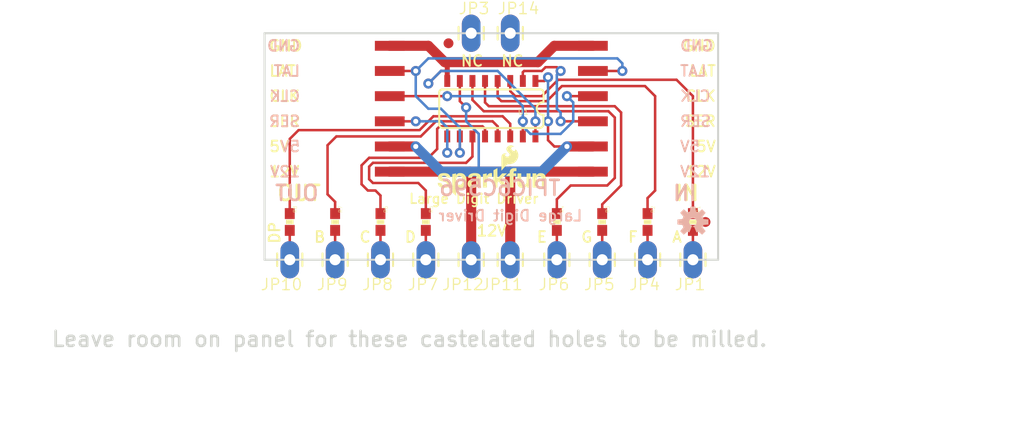
<source format=kicad_pcb>
(kicad_pcb (version 20211014) (generator pcbnew)
  (layers (0 "F.Cu" signal) (31 "B.Cu" signal) (34 "B.Paste" user) (35 "F.Paste" user) (36 "B.SilkS" user "B.Silkscreen") (37 "F.SilkS" user "F.Silkscreen") (38 "B.Mask" user) (39 "F.Mask" user) (44 "Edge.Cuts" user))
  (net 0 "")
  (net 1 "GND")
  (net 2 "SER_IN")
  (net 3 "CLOCK")
  (net 4 "SER_OUT")
  (net 5 "LATCH")
  (net 6 "5V")
  (net 7 "12V")
  (net 8 "D0")
  (net 9 "D1")
  (net 10 "D2")
  (net 11 "D3")
  (net 12 "D4")
  (net 13 "D5")
  (net 14 "D6")
  (net 15 "D7")
  (net 16 "S0")
  (net 17 "S1")
  (net 18 "S2")
  (net 19 "S3")
  (net 20 "S4")
  (net 21 "S5")
  (net 22 "S6")
  (net 23 "S7")
  (footprint "boardEagle:0603-RES" (layer "F.Cu") (at 168.8211 112.6236 -90)
    (fp_text reference "R1" (at -0.889 -0.762 -90) (layer "F.SilkS") (effects (font (size 0.373888 0.373888) (thickness 0.032512)) (justify left bottom)))
    (fp_text value "15")
    (pad "1" smd rect (at -0.85 0 270) (size 1.1 1) (layers "F.Cu" "F.Paste" "F.Mask") (net 8 "D0"))
    (pad "2" smd rect (at 0.85 0 270) (size 1.1 1) (layers "F.Cu" "F.Paste" "F.Mask") (net 16 "S0"))
  )
  (footprint "boardEagle:1X01_LONGPAD" (layer "F.Cu") (at 132.7531 116.4336 180)
    (fp_text reference "JP9" (at -1.3462 -1.8288 180) (layer "F.SilkS") (effects (font (size 1.143 1.143) (thickness 0.127)) (justify right top)))
    (fp_text value "")
    (pad "1" thru_hole oval (at 0 0 270) (size 3.7592 1.8796) (drill 1.1176) (layers *.Cu *.Mask) (net 22 "S6"))
  )
  (footprint "boardEagle:0603-RES" (layer "F.Cu") (at 164.2491 112.6236 -90)
    (fp_text reference "R2" (at -0.889 -0.762 -90) (layer "F.SilkS") (effects (font (size 0.373888 0.373888) (thickness 0.032512)) (justify left bottom)))
    (fp_text value "15")
    (pad "1" smd rect (at -0.85 0 270) (size 1.1 1) (layers "F.Cu" "F.Paste" "F.Mask") (net 9 "D1"))
    (pad "2" smd rect (at 0.85 0 270) (size 1.1 1) (layers "F.Cu" "F.Paste" "F.Mask") (net 17 "S1"))
  )
  (footprint "boardEagle:0603-RES" (layer "F.Cu") (at 155.1051 112.6236 -90)
    (fp_text reference "R4" (at -0.889 -0.762 -90) (layer "F.SilkS") (effects (font (size 0.373888 0.373888) (thickness 0.032512)) (justify left bottom)))
    (fp_text value "15")
    (pad "1" smd rect (at -0.85 0 270) (size 1.1 1) (layers "F.Cu" "F.Paste" "F.Mask") (net 11 "D3"))
    (pad "2" smd rect (at 0.85 0 270) (size 1.1 1) (layers "F.Cu" "F.Paste" "F.Mask") (net 19 "S3"))
  )
  (footprint "boardEagle:1X01_LONGPAD" (layer "F.Cu") (at 159.6771 116.4336 180)
    (fp_text reference "JP5" (at -1.3462 -1.8288 180) (layer "F.SilkS") (effects (font (size 1.143 1.143) (thickness 0.127)) (justify right top)))
    (fp_text value "")
    (pad "1" thru_hole oval (at 0 0 270) (size 3.7592 1.8796) (drill 1.1176) (layers *.Cu *.Mask) (net 18 "S2"))
  )
  (footprint "boardEagle:0603-RES" (layer "F.Cu") (at 141.8971 112.6236 -90)
    (fp_text reference "R5" (at -0.889 -0.762 -90) (layer "F.SilkS") (effects (font (size 0.373888 0.373888) (thickness 0.032512)) (justify left bottom)))
    (fp_text value "15")
    (pad "1" smd rect (at -0.85 0 270) (size 1.1 1) (layers "F.Cu" "F.Paste" "F.Mask") (net 12 "D4"))
    (pad "2" smd rect (at 0.85 0 270) (size 1.1 1) (layers "F.Cu" "F.Paste" "F.Mask") (net 20 "S4"))
  )
  (footprint "boardEagle:1X01_LONGPAD" (layer "F.Cu") (at 164.2491 116.4336 180)
    (fp_text reference "JP4" (at -1.3462 -1.8288 180) (layer "F.SilkS") (effects (font (size 1.143 1.143) (thickness 0.127)) (justify right top)))
    (fp_text value "")
    (pad "1" thru_hole oval (at 0 0 270) (size 3.7592 1.8796) (drill 1.1176) (layers *.Cu *.Mask) (net 17 "S1"))
  )
  (footprint "boardEagle:0603-RES" (layer "F.Cu") (at 128.1811 112.6236 -90)
    (fp_text reference "R8" (at -0.889 -0.762 -90) (layer "F.SilkS") (effects (font (size 0.373888 0.373888) (thickness 0.032512)) (justify left bottom)))
    (fp_text value "15")
    (pad "1" smd rect (at -0.85 0 270) (size 1.1 1) (layers "F.Cu" "F.Paste" "F.Mask") (net 15 "D7"))
    (pad "2" smd rect (at 0.85 0 270) (size 1.1 1) (layers "F.Cu" "F.Paste" "F.Mask") (net 23 "S7"))
  )
  (footprint "boardEagle:1X01_LONGPAD" (layer "F.Cu") (at 128.1811 116.4336 180)
    (fp_text reference "JP10" (at -1.3462 -1.8288 180) (layer "F.SilkS") (effects (font (size 1.143 1.143) (thickness 0.127)) (justify right top)))
    (fp_text value "")
    (pad "1" thru_hole oval (at 0 0 270) (size 3.7592 1.8796) (drill 1.1176) (layers *.Cu *.Mask) (net 23 "S7"))
  )
  (footprint "boardEagle:SFE_LOGO_NAME_FLAME_.1" (layer "F.Cu") (at 142.6591 110.0836)
    (fp_text reference "LOGO1" hide)
    (fp_text value "SFE_LOGO_NAME_FLAME.1_INCH" hide)
  )
  (footprint "boardEagle:0603-RES" (layer "F.Cu") (at 159.6771 112.6236 -90)
    (fp_text reference "R3" (at -0.889 -0.762 -90) (layer "F.SilkS") (effects (font (size 0.373888 0.373888) (thickness 0.032512)) (justify left bottom)))
    (fp_text value "15")
    (pad "1" smd rect (at -0.85 0 270) (size 1.1 1) (layers "F.Cu" "F.Paste" "F.Mask") (net 10 "D2"))
    (pad "2" smd rect (at 0.85 0 270) (size 1.1 1) (layers "F.Cu" "F.Paste" "F.Mask") (net 18 "S2"))
  )
  (footprint "boardEagle:FIDUCIAL-1X2" (layer "F.Cu") (at 144.1831 94.5896)
    (fp_text reference "FID1" hide)
    (fp_text value "FIDUCIAL1X2" hide)
    (pad "1" smd roundrect (at 0 0) (size 1 1) (layers "F.Cu" "F.Mask") (roundrect_rratio 0.5))
  )
  (footprint "boardEagle:1X06-SMD" (layer "F.Cu") (at 133.2611 101.1936 -90)
    (fp_text reference "JP2" hide)
    (fp_text value "" hide)
    (pad "" np_thru_hole circle (at -5.08 0 270) (size 1.4 1.4) (drill 1.4) (layers *.Cu *.Mask))
    (pad "" np_thru_hole circle (at 5.08 0 270) (size 1.4 1.4) (drill 1.4) (layers *.Cu *.Mask))
    (pad "1" smd rect (at -6.35 -5) (size 3 1) (layers "F.Cu" "F.Paste" "F.Mask") (net 1 "GND"))
    (pad "2" smd rect (at -3.81 -5) (size 3 1) (layers "F.Cu" "F.Paste" "F.Mask") (net 5 "LATCH"))
    (pad "3" smd rect (at -1.27 -5) (size 3 1) (layers "F.Cu" "F.Paste" "F.Mask") (net 3 "CLOCK"))
    (pad "4" smd rect (at 1.27 -5) (size 3 1) (layers "F.Cu" "F.Paste" "F.Mask") (net 4 "SER_OUT"))
    (pad "5" smd rect (at 3.81 -5) (size 3 1) (layers "F.Cu" "F.Paste" "F.Mask") (net 6 "5V"))
    (pad "6" smd rect (at 6.35 -5) (size 3 1) (layers "F.Cu" "F.Paste" "F.Mask") (net 7 "12V"))
  )
  (footprint "boardEagle:1X01_LONGPAD" (layer "F.Cu") (at 150.4061 93.5736)
    (fp_text reference "JP14" (at -1.3462 -1.8288) (layer "F.SilkS") (effects (font (size 1.143 1.143) (thickness 0.127)) (justify left bottom)))
    (fp_text value "Anchor")
    (pad "1" thru_hole oval (at 0 0 90) (size 3.7592 1.8796) (drill 1.1176) (layers *.Cu *.Mask))
  )
  (footprint "boardEagle:FIDUCIAL-1X2" (layer "F.Cu") (at 170.0911 112.6236)
    (fp_text reference "FID2" hide)
    (fp_text value "FIDUCIAL1X2" hide)
    (pad "1" smd roundrect (at 0 0) (size 1 1) (layers "F.Cu" "F.Mask") (roundrect_rratio 0.5))
  )
  (footprint "boardEagle:1X01_LONGPAD" (layer "F.Cu") (at 168.8211 116.4336 180)
    (fp_text reference "JP1" (at -1.3462 -1.8288 180) (layer "F.SilkS") (effects (font (size 1.143 1.143) (thickness 0.127)) (justify right top)))
    (fp_text value "")
    (pad "1" thru_hole oval (at 0 0 270) (size 3.7592 1.8796) (drill 1.1176) (layers *.Cu *.Mask) (net 16 "S0"))
  )
  (footprint "boardEagle:1X01_LONGPAD" (layer "F.Cu") (at 137.3251 116.4336 180)
    (fp_text reference "JP8" (at -1.3462 -1.8288 180) (layer "F.SilkS") (effects (font (size 1.143 1.143) (thickness 0.127)) (justify right top)))
    (fp_text value "")
    (pad "1" thru_hole oval (at 0 0 270) (size 3.7592 1.8796) (drill 1.1176) (layers *.Cu *.Mask) (net 21 "S5"))
  )
  (footprint "boardEagle:1X01_LONGPAD" (layer "F.Cu") (at 155.1051 116.4336 180)
    (fp_text reference "JP6" (at -1.3462 -1.8288 180) (layer "F.SilkS") (effects (font (size 1.143 1.143) (thickness 0.127)) (justify right top)))
    (fp_text value "")
    (pad "1" thru_hole oval (at 0 0 270) (size 3.7592 1.8796) (drill 1.1176) (layers *.Cu *.Mask) (net 19 "S3"))
  )
  (footprint "boardEagle:SO016" (layer "F.Cu") (at 148.5011 101.1936 180)
    (fp_text reference "U1" (at -3.81 0 180) (layer "F.SilkS") (effects (font (size 0.54864 0.54864) (thickness 0.06096)) (justify right top)))
    (fp_text value "TPIC6C596")
    (pad "1" smd rect (at -4.445 2.8 180) (size 0.6 1.2) (layers "F.Cu" "F.Paste" "F.Mask") (net 6 "5V"))
    (pad "2" smd rect (at -3.175 2.8 180) (size 0.6 1.2) (layers "F.Cu" "F.Paste" "F.Mask") (net 2 "SER_IN"))
    (pad "3" smd rect (at -1.905 2.8 180) (size 0.6 1.2) (layers "F.Cu" "F.Paste" "F.Mask") (net 8 "D0"))
    (pad "4" smd rect (at -0.635 2.8 180) (size 0.6 1.2) (layers "F.Cu" "F.Paste" "F.Mask") (net 9 "D1"))
    (pad "5" smd rect (at 0.635 2.8 180) (size 0.6 1.2) (layers "F.Cu" "F.Paste" "F.Mask") (net 10 "D2"))
    (pad "6" smd rect (at 1.905 2.8 180) (size 0.6 1.2) (layers "F.Cu" "F.Paste" "F.Mask") (net 11 "D3"))
    (pad "7" smd rect (at 3.175 2.8 180) (size 0.6 1.2) (layers "F.Cu" "F.Paste" "F.Mask") (net 6 "5V"))
    (pad "8" smd rect (at 4.445 2.8 180) (size 0.6 1.2) (layers "F.Cu" "F.Paste" "F.Mask") (net 1 "GND"))
    (pad "9" smd rect (at 4.445 -2.8 180) (size 0.6 1.2) (layers "F.Cu" "F.Paste" "F.Mask") (net 4 "SER_OUT"))
    (pad "10" smd rect (at 3.175 -2.8 180) (size 0.6 1.2) (layers "F.Cu" "F.Paste" "F.Mask") (net 5 "LATCH"))
    (pad "11" smd rect (at 1.905 -2.8 180) (size 0.6 1.2) (layers "F.Cu" "F.Paste" "F.Mask") (net 12 "D4"))
    (pad "12" smd rect (at 0.635 -2.8 180) (size 0.6 1.2) (layers "F.Cu" "F.Paste" "F.Mask") (net 13 "D5"))
    (pad "13" smd rect (at -0.635 -2.8 180) (size 0.6 1.2) (layers "F.Cu" "F.Paste" "F.Mask") (net 14 "D6"))
    (pad "14" smd rect (at -1.905 -2.8 180) (size 0.6 1.2) (layers "F.Cu" "F.Paste" "F.Mask") (net 15 "D7"))
    (pad "15" smd rect (at -3.175 -2.8 180) (size 0.6 1.2) (layers "F.Cu" "F.Paste" "F.Mask") (net 3 "CLOCK"))
    (pad "16" smd rect (at -4.445 -2.8 180) (size 0.6 1.2) (layers "F.Cu" "F.Paste" "F.Mask") (net 1 "GND"))
  )
  (footprint "boardEagle:1X06-SMD" (layer "F.Cu") (at 163.7411 101.1936 90)
    (fp_text reference "JP13" hide)
    (fp_text value "" hide)
    (pad "" np_thru_hole circle (at 5.08 0 90) (size 1.4 1.4) (drill 1.4) (layers *.Cu *.Mask))
    (pad "" np_thru_hole circle (at -5.08 0 90) (size 1.4 1.4) (drill 1.4) (layers *.Cu *.Mask))
    (pad "1" smd rect (at -6.35 -5 180) (size 3 1) (layers "F.Cu" "F.Paste" "F.Mask") (net 7 "12V"))
    (pad "2" smd rect (at -3.81 -5 180) (size 3 1) (layers "F.Cu" "F.Paste" "F.Mask") (net 6 "5V"))
    (pad "3" smd rect (at -1.27 -5 180) (size 3 1) (layers "F.Cu" "F.Paste" "F.Mask") (net 2 "SER_IN"))
    (pad "4" smd rect (at 1.27 -5 180) (size 3 1) (layers "F.Cu" "F.Paste" "F.Mask") (net 3 "CLOCK"))
    (pad "5" smd rect (at 3.81 -5 180) (size 3 1) (layers "F.Cu" "F.Paste" "F.Mask") (net 5 "LATCH"))
    (pad "6" smd rect (at 6.35 -5 180) (size 3 1) (layers "F.Cu" "F.Paste" "F.Mask") (net 1 "GND"))
  )
  (footprint "boardEagle:CREATIVE_COMMONS" (layer "F.Cu") (at 119.2911 134.2136)
    (fp_text reference "FRAME1" hide)
    (fp_text value "" hide)
  )
  (footprint "boardEagle:1X01_LONGPAD" (layer "F.Cu") (at 146.4691 93.5736)
    (fp_text reference "JP3" (at -1.3462 -1.8288) (layer "F.SilkS") (effects (font (size 1.143 1.143) (thickness 0.127)) (justify left bottom)))
    (fp_text value "Anchor")
    (pad "1" thru_hole oval (at 0 0 90) (size 3.7592 1.8796) (drill 1.1176) (layers *.Cu *.Mask))
  )
  (footprint "boardEagle:0603-RES" (layer "F.Cu") (at 137.3251 112.6236 -90)
    (fp_text reference "R6" (at -0.889 -0.762 -90) (layer "F.SilkS") (effects (font (size 0.373888 0.373888) (thickness 0.032512)) (justify left bottom)))
    (fp_text value "15")
    (pad "1" smd rect (at -0.85 0 270) (size 1.1 1) (layers "F.Cu" "F.Paste" "F.Mask") (net 13 "D5"))
    (pad "2" smd rect (at 0.85 0 270) (size 1.1 1) (layers "F.Cu" "F.Paste" "F.Mask") (net 21 "S5"))
  )
  (footprint "boardEagle:1X01_LONGPAD" (layer "F.Cu") (at 150.4061 116.4336 180)
    (fp_text reference "JP11" (at -1.3462 -1.8288 180) (layer "F.SilkS") (effects (font (size 1.143 1.143) (thickness 0.127)) (justify right top)))
    (fp_text value "")
    (pad "1" thru_hole oval (at 0 0 270) (size 3.7592 1.8796) (drill 1.1176) (layers *.Cu *.Mask) (net 7 "12V"))
  )
  (footprint "boardEagle:1X01_LONGPAD" (layer "F.Cu") (at 141.8971 116.4336 180)
    (fp_text reference "JP7" (at -1.3462 -1.8288 180) (layer "F.SilkS") (effects (font (size 1.143 1.143) (thickness 0.127)) (justify right top)))
    (fp_text value "")
    (pad "1" thru_hole oval (at 0 0 270) (size 3.7592 1.8796) (drill 1.1176) (layers *.Cu *.Mask) (net 20 "S4"))
  )
  (footprint "boardEagle:1X01_LONGPAD" (layer "F.Cu") (at 146.4691 116.4336 180)
    (fp_text reference "JP12" (at -1.3462 -1.8288 180) (layer "F.SilkS") (effects (font (size 1.143 1.143) (thickness 0.127)) (justify right top)))
    (fp_text value "")
    (pad "1" thru_hole oval (at 0 0 270) (size 3.7592 1.8796) (drill 1.1176) (layers *.Cu *.Mask) (net 7 "12V"))
  )
  (footprint "boardEagle:0603-RES" (layer "F.Cu") (at 132.7531 112.6236 -90)
    (fp_text reference "R7" (at -0.889 -0.762 -90) (layer "F.SilkS") (effects (font (size 0.373888 0.373888) (thickness 0.032512)) (justify left bottom)))
    (fp_text value "15")
    (pad "1" smd rect (at -0.85 0 270) (size 1.1 1) (layers "F.Cu" "F.Paste" "F.Mask") (net 14 "D6"))
    (pad "2" smd rect (at 0.85 0 270) (size 1.1 1) (layers "F.Cu" "F.Paste" "F.Mask") (net 22 "S6"))
  )
  (footprint "boardEagle:OSHW-LOGO-S" (layer "B.Cu") (at 168.8211 112.6236 180)
    (fp_text reference "LOGO2" hide)
    (fp_text value "OSHW-LOGOS" hide)
  )
  (gr_line (start 171.3611 93.5736) (end 171.3611 116.4336) (layer "Edge.Cuts") (width 0.2032))
  (gr_line (start 125.6411 93.5736) (end 171.3611 93.5736) (layer "Edge.Cuts") (width 0.2032))
  (gr_line (start 171.3611 116.4336) (end 125.6411 116.4336) (layer "Edge.Cuts") (width 0.2032))
  (gr_line (start 125.6411 116.4336) (end 125.6411 93.5736) (layer "Edge.Cuts") (width 0.2032))
  (gr_text "OUT" (at 131.2291 110.5916) (layer "B.SilkS") (effects (font (size 1.5113 1.5113) (thickness 0.2667)) (justify left bottom mirror)))
  (gr_text "LAT" (at 167.4241 96.7486) (layer "B.SilkS") (effects (font (size 1.0795 1.0795) (thickness 0.1905)) (justify right top mirror)))
  (gr_text "SER" (at 129.3241 103.0986) (layer "B.SilkS") (effects (font (size 1.0795 1.0795) (thickness 0.1905)) (justify left bottom mirror)))
  (gr_text "IN" (at 169.3291 110.5916) (layer "B.SilkS") (effects (font (size 1.5113 1.5113) (thickness 0.2667)) (justify left bottom mirror)))
  (gr_text "12V" (at 129.3241 108.1786) (layer "B.SilkS") (effects (font (size 1.0795 1.0795) (thickness 0.1905)) (justify left bottom mirror)))
  (gr_text "CLK" (at 129.3241 100.5586) (layer "B.SilkS") (effects (font (size 1.0795 1.0795) (thickness 0.1905)) (justify left bottom mirror)))
  (gr_text "Large Digit Driver" (at 157.7721 112.6236) (layer "B.SilkS") (effects (font (size 1.0795 1.0795) (thickness 0.1905)) (justify left bottom mirror)))
  (gr_text "5V" (at 129.3241 105.6386) (layer "B.SilkS") (effects (font (size 1.0795 1.0795) (thickness 0.1905)) (justify left bottom mirror)))
  (gr_text "GND" (at 167.4241 94.2086) (layer "B.SilkS") (effects (font (size 1.0795 1.0795) (thickness 0.1905)) (justify right top mirror)))
  (gr_text "5V" (at 167.4241 104.3686) (layer "B.SilkS") (effects (font (size 1.0795 1.0795) (thickness 0.1905)) (justify right top mirror)))
  (gr_text "TPIC6C596" (at 155.6131 110.0836) (layer "B.SilkS") (effects (font (size 1.5113 1.5113) (thickness 0.2667)) (justify left bottom mirror)))
  (gr_text "LAT" (at 129.3241 98.0186) (layer "B.SilkS") (effects (font (size 1.0795 1.0795) (thickness 0.1905)) (justify left bottom mirror)))
  (gr_text "CLK" (at 167.4241 99.2886) (layer "B.SilkS") (effects (font (size 1.0795 1.0795) (thickness 0.1905)) (justify right top mirror)))
  (gr_text "12V" (at 167.4241 106.9086) (layer "B.SilkS") (effects (font (size 1.0795 1.0795) (thickness 0.1905)) (justify right top mirror)))
  (gr_text "GND" (at 129.3241 95.4786) (layer "B.SilkS") (effects (font (size 1.0795 1.0795) (thickness 0.1905)) (justify left bottom mirror)))
  (gr_text "SER" (at 167.4241 101.8286) (layer "B.SilkS") (effects (font (size 1.0795 1.0795) (thickness 0.1905)) (justify right top mirror)))
  (gr_text "GND" (at 126.0221 95.4786) (layer "F.SilkS") (effects (font (size 1.0795 1.0795) (thickness 0.1905)) (justify left bottom)))
  (gr_text "F" (at 163.3601 113.5126) (layer "F.SilkS") (effects (font (size 1.0795 1.0795) (thickness 0.1905)) (justify right top)))
  (gr_text "DP" (at 126.0221 112.4966 90) (layer "F.SilkS") (effects (font (size 1.0795 1.0795) (thickness 0.1905)) (justify right top)))
  (gr_text "CLK" (at 171.2341 99.2886) (layer "F.SilkS") (effects (font (size 1.0795 1.0795) (thickness 0.1905)) (justify right top)))
  (gr_text "LAT" (at 171.2341 96.7486) (layer "F.SilkS") (effects (font (size 1.0795 1.0795) (thickness 0.1905)) (justify right top)))
  (gr_text "G" (at 158.7881 113.5126) (layer "F.SilkS") (effects (font (size 1.0795 1.0795) (thickness 0.1905)) (justify right top)))
  (gr_text "12V" (at 171.2341 106.9086) (layer "F.SilkS") (effects (font (size 1.0795 1.0795) (thickness 0.1905)) (justify right top)))
  (gr_text "12V" (at 150.1521 112.8776) (layer "F.SilkS") (effects (font (size 1.0795 1.0795) (thickness 0.1905)) (justify right top)))
  (gr_text "B" (at 131.8641 113.5126) (layer "F.SilkS") (effects (font (size 1.0795 1.0795) (thickness 0.1905)) (justify right top)))
  (gr_text "LAT" (at 126.0221 98.0186) (layer "F.SilkS") (effects (font (size 1.0795 1.0795) (thickness 0.1905)) (justify left bottom)))
  (gr_text "12V" (at 126.0221 108.1786) (layer "F.SilkS") (effects (font (size 1.0795 1.0795) (thickness 0.1905)) (justify left bottom)))
  (gr_text "5V" (at 171.2341 104.3686) (layer "F.SilkS") (effects (font (size 1.0795 1.0795) (thickness 0.1905)) (justify right top)))
  (gr_text "A" (at 167.8051 113.5126) (layer "F.SilkS") (effects (font (size 1.0795 1.0795) (thickness 0.1905)) (justify right top)))
  (gr_text "GND" (at 171.2341 94.2086) (layer "F.SilkS") (effects (font (size 1.0795 1.0795) (thickness 0.1905)) (justify right top)))
  (gr_text "OUT" (at 126.7841 110.5916) (layer "F.SilkS") (effects (font (size 1.5113 1.5113) (thickness 0.2667)) (justify left bottom)))
  (gr_text "SER" (at 126.0221 103.0986) (layer "F.SilkS") (effects (font (size 1.0795 1.0795) (thickness 0.1905)) (justify left bottom)))
  (gr_text "NC" (at 149.3901 97.0026) (layer "F.SilkS") (effects (font (size 1.0795 1.0795) (thickness 0.1905)) (justify left bottom)))
  (gr_text "CLK" (at 126.0221 100.5586) (layer "F.SilkS") (effects (font (size 1.0795 1.0795) (thickness 0.1905)) (justify left bottom)))
  (gr_text "E" (at 154.2161 113.5126) (layer "F.SilkS") (effects (font (size 1.0795 1.0795) (thickness 0.1905)) (justify right top)))
  (gr_text "NC" (at 145.3261 97.0026) (layer "F.SilkS") (effects (font (size 1.0795 1.0795) (thickness 0.1905)) (justify left bottom)))
  (gr_text "Large Digit Driver" (at 140.1191 110.8456) (layer "F.SilkS") (effects (font (size 0.97155 0.97155) (thickness 0.17145)) (justify left bottom)))
  (gr_text "5V" (at 126.0221 105.6386) (layer "F.SilkS") (effects (font (size 1.0795 1.0795) (thickness 0.1905)) (justify left bottom)))
  (gr_text "C" (at 136.4361 113.5126) (layer "F.SilkS") (effects (font (size 1.0795 1.0795) (thickness 0.1905)) (justify right top)))
  (gr_text "IN" (at 166.9161 110.5916) (layer "F.SilkS") (effects (font (size 1.5113 1.5113) (thickness 0.2667)) (justify left bottom)))
  (gr_text "D" (at 141.0081 113.5126) (layer "F.SilkS") (effects (font (size 1.0795 1.0795) (thickness 0.1905)) (justify right top)))
  (gr_text "SER" (at 171.2341 101.8286) (layer "F.SilkS") (effects (font (size 1.0795 1.0795) (thickness 0.1905)) (justify right top)))
  (gr_text "Leave room on panel for these castelated holes to be milled." (at 104.0511 125.3236) (layer "Edge.Cuts") (effects (font (size 1.5113 1.5113) (thickness 0.2667)) (justify left bottom)))
  (segment (start 142.1511 94.8436) (end 143.8021 96.4946) (width 1.016) (layer "F.Cu") (net 1))
  (segment (start 142.1511 98.6536) (end 143.4211 97.3836) (width 0.254) (layer "F.Cu") (net 1))
  (segment (start 154.8511 94.8436) (end 158.7411 94.8436) (width 1.016) (layer "F.Cu") (net 1))
  (segment (start 138.2611 94.8436) (end 142.1511 94.8436) (width 1.016) (layer "F.Cu") (net 1))
  (segment (start 144.0561 98.3936) (end 144.0561 97.3836) (width 0.508) (layer "F.Cu") (net 1))
  (segment (start 144.0561 96.6216) (end 143.9291 96.4946) (width 0.508) (layer "F.Cu") (net 1))
  (segment (start 143.4211 97.3836) (end 144.0561 97.3836) (width 0.254) (layer "F.Cu") (net 1))
  (segment (start 152.9461 103.9936) (end 152.9461 102.4636) (width 0.254) (layer "F.Cu") (net 1))
  (segment (start 143.9291 96.4946) (end 153.2001 96.4946) (width 1.016) (layer "F.Cu") (net 1))
  (segment (start 153.2001 96.4946) (end 154.8511 94.8436) (width 1.016) (layer "F.Cu") (net 1))
  (segment (start 143.8021 96.4946) (end 143.9291 96.4946) (width 1.016) (layer "F.Cu") (net 1))
  (segment (start 144.0561 97.3836) (end 144.0561 96.6216) (width 0.508) (layer "F.Cu") (net 1))
  (via (at 152.9461 102.4636) (size 1.016) (drill 0.508) (layers "F.Cu" "B.Cu") (net 1))
  (via (at 142.1511 98.6536) (size 1.016) (drill 0.508) (layers "F.Cu" "B.Cu") (net 1))
  (segment (start 152.9461 102.4636) (end 152.9461 101.1936) (width 0.254) (layer "B.Cu") (net 1))
  (segment (start 149.1361 97.3836) (end 143.4211 97.3836) (width 0.254) (layer "B.Cu") (net 1))
  (segment (start 143.4211 97.3836) (end 142.1511 98.6536) (width 0.254) (layer "B.Cu") (net 1))
  (segment (start 149.1361 97.3836) (end 152.9461 101.1936) (width 0.254) (layer "B.Cu") (net 1))
  (segment (start 153.5811 97.3836) (end 153.9621 97.0026) (width 0.254) (layer "F.Cu") (net 2))
  (segment (start 151.8031 97.3836) (end 153.5811 97.3836) (width 0.254) (layer "F.Cu") (net 2))
  (segment (start 158.7411 102.4636) (end 155.4861 102.4636) (width 0.254) (layer "F.Cu") (net 2))
  (segment (start 153.9621 97.0026) (end 155.1051 97.0026) (width 0.254) (layer "F.Cu") (net 2))
  (segment (start 151.6761 98.3936) (end 151.6761 97.5106) (width 0.254) (layer "F.Cu") (net 2))
  (segment (start 151.6761 97.5106) (end 151.8031 97.3836) (width 0.254) (layer "F.Cu") (net 2))
  (segment (start 155.1051 97.0026) (end 155.4861 97.3836) (width 0.254) (layer "F.Cu") (net 2))
  (via (at 155.4861 102.4636) (size 1.016) (drill 0.508) (layers "F.Cu" "B.Cu") (net 2))
  (via (at 155.4861 97.3836) (size 1.016) (drill 0.508) (layers "F.Cu" "B.Cu") (net 2))
  (segment (start 155.1051 97.7646) (end 155.4861 97.3836) (width 0.254) (layer "B.Cu") (net 2))
  (segment (start 155.4861 102.4636) (end 155.4861 101.5746) (width 0.254) (layer "B.Cu") (net 2))
  (segment (start 155.1051 101.1936) (end 155.1051 97.7646) (width 0.254) (layer "B.Cu") (net 2))
  (segment (start 155.4861 101.5746) (end 155.1051 101.1936) (width 0.254) (layer "B.Cu") (net 2))
  (segment (start 138.2611 99.9236) (end 144.0561 99.9236) (width 0.254) (layer "F.Cu") (net 3))
  (segment (start 158.7411 99.9236) (end 156.1211 99.9236) (width 0.254) (layer "F.Cu") (net 3))
  (segment (start 151.6761 103.9936) (end 151.6761 102.4636) (width 0.254) (layer "F.Cu") (net 3))
  (via (at 156.1211 99.9236) (size 1.016) (drill 0.508) (layers "F.Cu" "B.Cu") (net 3))
  (via (at 151.6761 102.4636) (size 1.016) (drill 0.508) (layers "F.Cu" "B.Cu") (net 3))
  (via (at 144.0561 99.9236) (size 1.016) (drill 0.508) (layers "F.Cu" "B.Cu") (net 3))
  (segment (start 156.7561 100.5586) (end 156.1211 99.9236) (width 0.254) (layer "B.Cu") (net 3))
  (segment (start 152.4381 103.7336) (end 151.6761 102.9716) (width 0.254) (layer "B.Cu") (net 3))
  (segment (start 156.7561 102.4636) (end 156.7561 100.5586) (width 0.254) (layer "B.Cu") (net 3))
  (segment (start 151.6761 100.9396) (end 151.6761 102.4636) (width 0.254) (layer "B.Cu") (net 3))
  (segment (start 144.0561 99.9236) (end 150.6601 99.9236) (width 0.254) (layer "B.Cu") (net 3))
  (segment (start 155.4861 103.7336) (end 152.4381 103.7336) (width 0.254) (layer "B.Cu") (net 3))
  (segment (start 150.6601 99.9236) (end 151.6761 100.9396) (width 0.254) (layer "B.Cu") (net 3))
  (segment (start 155.4861 103.7336) (end 156.7561 102.4636) (width 0.254) (layer "B.Cu") (net 3))
  (segment (start 151.6761 102.4636) (end 151.6761 102.9716) (width 0.254) (layer "B.Cu") (net 3))
  (segment (start 144.0561 103.9936) (end 144.0561 105.6386) (width 0.254) (layer "F.Cu") (net 4))
  (segment (start 138.2611 102.4636) (end 140.8811 102.4636) (width 0.254) (layer "F.Cu") (net 4))
  (via (at 144.0561 105.6386) (size 1.016) (drill 0.508) (layers "F.Cu" "B.Cu") (net 4))
  (via (at 140.8811 102.4636) (size 1.016) (drill 0.508) (layers "F.Cu" "B.Cu") (net 4))
  (segment (start 144.0561 103.0986) (end 143.4211 102.4636) (width 0.254) (layer "B.Cu") (net 4))
  (segment (start 140.8811 102.4636) (end 143.4211 102.4636) (width 0.254) (layer "B.Cu") (net 4))
  (segment (start 144.0561 105.6386) (end 144.0561 103.0986) (width 0.254) (layer "B.Cu") (net 4))
  (segment (start 138.2611 97.3836) (end 140.8811 97.3836) (width 0.254) (layer "F.Cu") (net 5))
  (segment (start 158.7411 97.3836) (end 161.7091 97.3836) (width 0.254) (layer "F.Cu") (net 5))
  (segment (start 145.3261 103.9936) (end 145.3261 105.6386) (width 0.254) (layer "F.Cu") (net 5))
  (via (at 161.7091 97.3836) (size 1.016) (drill 0.508) (layers "F.Cu" "B.Cu") (net 5))
  (via (at 145.3261 105.6386) (size 1.016) (drill 0.508) (layers "F.Cu" "B.Cu") (net 5))
  (via (at 140.8811 97.3836) (size 1.016) (drill 0.508) (layers "F.Cu" "B.Cu") (net 5))
  (segment (start 140.8811 99.9236) (end 140.8811 97.3836) (width 0.254) (layer "B.Cu") (net 5))
  (segment (start 143.4211 101.1936) (end 142.1511 101.1936) (width 0.254) (layer "B.Cu") (net 5))
  (segment (start 142.1511 101.1936) (end 140.8811 99.9236) (width 0.254) (layer "B.Cu") (net 5))
  (segment (start 161.7091 97.3836) (end 161.7091 96.6216) (width 0.254) (layer "B.Cu") (net 5))
  (segment (start 142.1511 96.1136) (end 140.8811 97.3836) (width 0.254) (layer "B.Cu") (net 5))
  (segment (start 145.3261 105.6386) (end 145.3261 103.0986) (width 0.254) (layer "B.Cu") (net 5))
  (segment (start 145.3261 103.0986) (end 143.4211 101.1936) (width 0.254) (layer "B.Cu") (net 5))
  (segment (start 161.7091 96.6216) (end 161.2011 96.1136) (width 0.254) (layer "B.Cu") (net 5))
  (segment (start 161.2011 96.1136) (end 142.1511 96.1136) (width 0.254) (layer "B.Cu") (net 5))
  (segment (start 153.8411 98.3936) (end 154.2161 98.0186) (width 0.254) (layer "F.Cu") (net 6))
  (segment (start 152.9461 98.3936) (end 153.8411 98.3936) (width 0.254) (layer "F.Cu") (net 6))
  (segment (start 145.3261 100.4316) (end 145.9611 101.0666) (width 0.254) (layer "F.Cu") (net 6))
  (segment (start 158.7411 105.0036) (end 156.1211 105.0036) (width 1.016) (layer "F.Cu") (net 6))
  (segment (start 138.2611 105.0036) (end 140.8811 105.0036) (width 1.016) (layer "F.Cu") (net 6))
  (segment (start 154.2161 102.4636) (end 154.2161 104.3686) (width 0.254) (layer "F.Cu") (net 6))
  (segment (start 154.2161 104.3686) (end 154.8511 105.0036) (width 0.254) (layer "F.Cu") (net 6))
  (segment (start 145.3261 98.3936) (end 145.3261 100.4316) (width 0.254) (layer "F.Cu") (net 6))
  (segment (start 154.8511 105.0036) (end 156.1211 105.0036) (width 0.254) (layer "F.Cu") (net 6))
  (via (at 154.2161 102.4636) (size 1.016) (drill 0.508) (layers "F.Cu" "B.Cu") (net 6))
  (via (at 154.2161 98.0186) (size 1.016) (drill 0.508) (layers "F.Cu" "B.Cu") (net 6))
  (via (at 140.8811 105.0036) (size 1.016) (drill 0.508) (layers "F.Cu" "B.Cu") (net 6))
  (via (at 156.1211 105.0036) (size 1.016) (drill 0.508) (layers "F.Cu" "B.Cu") (net 6))
  (via (at 145.9611 101.0666) (size 1.016) (drill 0.508) (layers "F.Cu" "B.Cu") (net 6))
  (segment (start 145.9611 101.0666) (end 145.9611 102.4636) (width 0.254) (layer "B.Cu") (net 6))
  (segment (start 143.4211 107.5436) (end 140.8811 105.0036) (width 1.016) (layer "B.Cu") (net 6))
  (segment (start 147.2311 103.7336) (end 147.2311 107.5436) (width 0.254) (layer "B.Cu") (net 6))
  (segment (start 156.1211 105.0036) (end 153.5811 107.5436) (width 1.016) (layer "B.Cu") (net 6))
  (segment (start 153.5811 107.5436) (end 147.2311 107.5436) (width 1.016) (layer "B.Cu") (net 6))
  (segment (start 145.9611 102.4636) (end 147.2311 103.7336) (width 0.254) (layer "B.Cu") (net 6))
  (segment (start 147.2311 107.5436) (end 143.4211 107.5436) (width 1.016) (layer "B.Cu") (net 6))
  (segment (start 154.2161 98.0186) (end 154.2161 102.4636) (width 0.254) (layer "B.Cu") (net 6))
  (segment (start 146.4691 107.6706) (end 146.3421 107.5436) (width 0.254) (layer "F.Cu") (net 7))
  (segment (start 158.7411 107.5436) (end 150.4061 107.5436) (width 1.016) (layer "F.Cu") (net 7))
  (segment (start 150.4061 116.4336) (end 150.4061 107.5436) (width 1.016) (layer "F.Cu") (net 7))
  (segment (start 146.3421 107.5436) (end 138.2611 107.5436) (width 1.016) (layer "F.Cu") (net 7))
  (segment (start 150.4061 107.5436) (end 146.3421 107.5436) (width 1.016) (layer "F.Cu") (net 7))
  (segment (start 146.4691 116.4336) (end 146.4691 107.6706) (width 1.016) (layer "F.Cu") (net 7))
  (segment (start 150.9141 99.9236) (end 153.5811 99.9236) (width 0.254) (layer "F.Cu") (net 8))
  (segment (start 150.4061 99.4156) (end 150.9141 99.9236) (width 0.254) (layer "F.Cu") (net 8))
  (segment (start 167.1701 98.2726) (end 168.8211 99.9236) (width 0.254) (layer "F.Cu") (net 8))
  (segment (start 168.8211 99.9236) (end 168.8211 111.7736) (width 0.254) (layer "F.Cu") (net 8))
  (segment (start 155.2321 98.2726) (end 167.1701 98.2726) (width 0.254) (layer "F.Cu") (net 8))
  (segment (start 150.4061 98.3936) (end 150.4061 99.4156) (width 0.254) (layer "F.Cu") (net 8))
  (segment (start 153.5811 99.9236) (end 155.2321 98.2726) (width 0.254) (layer "F.Cu") (net 8))
  (segment (start 149.5171 100.4316) (end 154.0891 100.4316) (width 0.254) (layer "F.Cu") (net 9))
  (segment (start 163.9951 98.9076) (end 165.0111 99.9236) (width 0.254) (layer "F.Cu") (net 9))
  (segment (start 155.6131 98.9076) (end 163.9951 98.9076) (width 0.254) (layer "F.Cu") (net 9))
  (segment (start 149.1361 100.0506) (end 149.5171 100.4316) (width 0.254) (layer "F.Cu") (net 9))
  (segment (start 149.1361 100.0506) (end 149.1361 98.3936) (width 0.254) (layer "F.Cu") (net 9))
  (segment (start 164.2491 111.7736) (end 164.2491 110.2106) (width 0.254) (layer "F.Cu") (net 9))
  (segment (start 165.0111 109.4486) (end 164.2491 110.2106) (width 0.254) (layer "F.Cu") (net 9))
  (segment (start 154.0891 100.4316) (end 155.6131 98.9076) (width 0.254) (layer "F.Cu") (net 9))
  (segment (start 165.0111 99.9236) (end 165.0111 109.4486) (width 0.254) (layer "F.Cu") (net 9))
  (segment (start 147.8661 100.5586) (end 147.8661 98.3936) (width 0.254) (layer "F.Cu") (net 10))
  (segment (start 160.9471 100.9396) (end 161.5821 101.5746) (width 0.254) (layer "F.Cu") (net 10))
  (segment (start 161.5821 108.9406) (end 159.6771 110.8456) (width 0.254) (layer "F.Cu") (net 10))
  (segment (start 148.2471 100.9396) (end 160.9471 100.9396) (width 0.254) (layer "F.Cu") (net 10))
  (segment (start 159.6771 111.7736) (end 159.6771 110.8456) (width 0.254) (layer "F.Cu") (net 10))
  (segment (start 161.5821 101.5746) (end 161.5821 108.9406) (width 0.254) (layer "F.Cu") (net 10))
  (segment (start 147.8661 100.5586) (end 148.2471 100.9396) (width 0.254) (layer "F.Cu") (net 10))
  (segment (start 156.5021 108.9406) (end 155.1051 110.3376) (width 0.254) (layer "F.Cu") (net 11))
  (segment (start 160.1851 108.9406) (end 156.5021 108.9406) (width 0.254) (layer "F.Cu") (net 11))
  (segment (start 160.3121 101.4476) (end 160.9471 102.0826) (width 0.254) (layer "F.Cu") (net 11))
  (segment (start 155.1051 110.3376) (end 155.1051 111.7736) (width 0.254) (layer "F.Cu") (net 11))
  (segment (start 160.9471 108.1786) (end 160.1851 108.9406) (width 0.254) (layer "F.Cu") (net 11))
  (segment (start 146.5961 100.3046) (end 147.7391 101.4476) (width 0.254) (layer "F.Cu") (net 11))
  (segment (start 147.7391 101.4476) (end 160.3121 101.4476) (width 0.254) (layer "F.Cu") (net 11))
  (segment (start 146.5961 100.3046) (end 146.5961 98.3936) (width 0.254) (layer "F.Cu") (net 11))
  (segment (start 160.9471 102.0826) (end 160.9471 108.1786) (width 0.254) (layer "F.Cu") (net 11))
  (segment (start 145.9611 106.6546) (end 136.5631 106.6546) (width 0.254) (layer "F.Cu") (net 12))
  (segment (start 136.5631 108.6866) (end 141.1351 108.6866) (width 0.254) (layer "F.Cu") (net 12))
  (segment (start 136.1821 107.0356) (end 136.1821 108.3056) (width 0.254) (layer "F.Cu") (net 12))
  (segment (start 146.5961 103.9936) (end 146.5961 106.0196) (width 0.254) (layer "F.Cu") (net 12))
  (segment (start 146.5961 106.0196) (end 145.9611 106.6546) (width 0.254) (layer "F.Cu") (net 12))
  (segment (start 141.1351 108.6866) (end 141.8971 109.4486) (width 0.254) (layer "F.Cu") (net 12))
  (segment (start 141.8971 109.4486) (end 141.8971 111.7736) (width 0.254) (layer "F.Cu") (net 12))
  (segment (start 136.1821 108.3056) (end 136.5631 108.6866) (width 0.254) (layer "F.Cu") (net 12))
  (segment (start 136.5631 106.6546) (end 136.1821 107.0356) (width 0.254) (layer "F.Cu") (net 12))
  (segment (start 135.4201 106.9086) (end 135.4201 108.8136) (width 0.254) (layer "F.Cu") (net 13))
  (segment (start 143.0401 103.2256) (end 143.0401 105.2576) (width 0.254) (layer "F.Cu") (net 13))
  (segment (start 137.3251 109.9566) (end 137.3251 111.7736) (width 0.254) (layer "F.Cu") (net 13))
  (segment (start 142.1511 106.1466) (end 136.1821 106.1466) (width 0.254) (layer "F.Cu") (net 13))
  (segment (start 136.1821 106.1466) (end 135.4201 106.9086) (width 0.254) (layer "F.Cu") (net 13))
  (segment (start 147.8661 103.2256) (end 147.6121 102.9716) (width 0.254) (layer "F.Cu") (net 13))
  (segment (start 136.8171 109.4486) (end 137.3251 109.9566) (width 0.254) (layer "F.Cu") (net 13))
  (segment (start 136.0551 109.4486) (end 136.8171 109.4486) (width 0.254) (layer "F.Cu") (net 13))
  (segment (start 143.2941 102.9716) (end 143.0401 103.2256) (width 0.254) (layer "F.Cu") (net 13))
  (segment (start 143.0401 105.2576) (end 142.1511 106.1466) (width 0.254) (layer "F.Cu") (net 13))
  (segment (start 135.4201 108.8136) (end 136.0551 109.4486) (width 0.254) (layer "F.Cu") (net 13))
  (segment (start 147.6121 102.9716) (end 143.2941 102.9716) (width 0.254) (layer "F.Cu") (net 13))
  (segment (start 147.8661 103.9936) (end 147.8661 103.2256) (width 0.254) (layer "F.Cu") (net 13))
  (segment (start 132.8801 103.9876) (end 131.9911 104.8766) (width 0.254) (layer "F.Cu") (net 14))
  (segment (start 131.9911 109.8296) (end 132.7531 110.5916) (width 0.254) (layer "F.Cu") (net 14))
  (segment (start 148.6281 102.4636) (end 142.9131 102.4636) (width 0.254) (layer "F.Cu") (net 14))
  (segment (start 132.7531 111.7736) (end 132.7531 110.5916) (width 0.254) (layer "F.Cu") (net 14))
  (segment (start 131.9911 104.8766) (end 131.9911 109.8296) (width 0.254) (layer "F.Cu") (net 14))
  (segment (start 149.1361 102.9716) (end 148.6281 102.4636) (width 0.254) (layer "F.Cu") (net 14))
  (segment (start 142.9131 102.4636) (end 141.3891 103.9876) (width 0.254) (layer "F.Cu") (net 14))
  (segment (start 149.1361 103.9936) (end 149.1361 102.9716) (width 0.254) (layer "F.Cu") (net 14))
  (segment (start 141.3891 103.9876) (end 132.8801 103.9876) (width 0.254) (layer "F.Cu") (net 14))
  (segment (start 150.4061 103.9936) (end 150.4061 102.7176) (width 0.254) (layer "F.Cu") (net 15))
  (segment (start 149.6441 101.9556) (end 142.6591 101.9556) (width 0.254) (layer "F.Cu") (net 15))
  (segment (start 150.4061 102.7176) (end 149.6441 101.9556) (width 0.254) (layer "F.Cu") (net 15))
  (segment (start 128.1811 104.2416) (end 128.1811 111.7736) (width 0.254) (layer "F.Cu") (net 15))
  (segment (start 129.0701 103.3526) (end 128.1811 104.2416) (width 0.254) (layer "F.Cu") (net 15))
  (segment (start 141.2621 103.3526) (end 129.0701 103.3526) (width 0.254) (layer "F.Cu") (net 15))
  (segment (start 142.6591 101.9556) (end 141.2621 103.3526) (width 0.254) (layer "F.Cu") (net 15))
  (segment (start 168.8211 113.4736) (end 168.8211 116.4336) (width 0.254) (layer "F.Cu") (net 16))
  (segment (start 164.2491 113.4736) (end 164.2491 116.4336) (width 0.254) (layer "F.Cu") (net 17))
  (segment (start 159.6771 113.4736) (end 159.6771 116.4336) (width 0.254) (layer "F.Cu") (net 18))
  (segment (start 155.1051 113.4736) (end 155.1051 116.4336) (width 0.254) (layer "F.Cu") (net 19))
  (segment (start 141.8971 113.4736) (end 141.8971 116.4336) (width 0.254) (layer "F.Cu") (net 20))
  (segment (start 137.3251 113.4736) (end 137.3251 116.4336) (width 0.254) (layer "F.Cu") (net 21))
  (segment (start 132.7531 113.4736) (end 132.7531 116.4336) (width 0.254) (layer "F.Cu") (net 22))
  (segment (start 128.1811 113.4736) (end 128.1811 116.4336) (width 0.254) (layer "F.Cu") (net 23))
)
</source>
